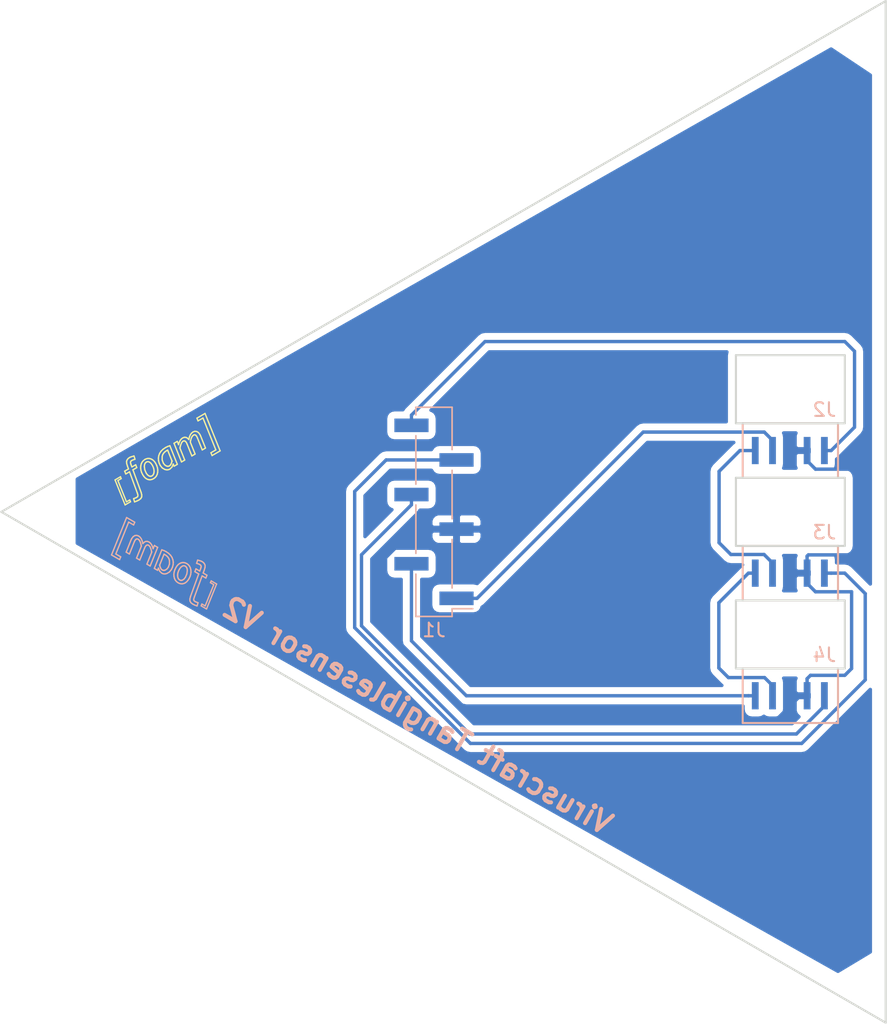
<source format=kicad_pcb>
(kicad_pcb (version 4) (host pcbnew 4.0.7-e2-6376~58~ubuntu14.04.1)

  (general
    (links 10)
    (no_connects 0)
    (area 44.899999 64.899999 110.100001 140.100001)
    (thickness 1.6)
    (drawings 460)
    (tracks 74)
    (zones 0)
    (modules 4)
    (nets 9)
  )

  (page A4)
  (layers
    (0 F.Cu signal)
    (31 B.Cu signal)
    (32 B.Adhes user)
    (33 F.Adhes user)
    (34 B.Paste user)
    (35 F.Paste user)
    (36 B.SilkS user)
    (37 F.SilkS user)
    (38 B.Mask user)
    (39 F.Mask user)
    (40 Dwgs.User user)
    (41 Cmts.User user)
    (42 Eco1.User user)
    (43 Eco2.User user)
    (44 Edge.Cuts user)
    (45 Margin user)
    (46 B.CrtYd user)
    (47 F.CrtYd user)
    (48 B.Fab user)
    (49 F.Fab user)
  )

  (setup
    (last_trace_width 0.25)
    (trace_clearance 0.2)
    (zone_clearance 0.508)
    (zone_45_only no)
    (trace_min 0.2)
    (segment_width 0.2)
    (edge_width 0.15)
    (via_size 0.6)
    (via_drill 0.4)
    (via_min_size 0.4)
    (via_min_drill 0.3)
    (uvia_size 0.3)
    (uvia_drill 0.1)
    (uvias_allowed no)
    (uvia_min_size 0.2)
    (uvia_min_drill 0.1)
    (pcb_text_width 0.3)
    (pcb_text_size 1.5 1.5)
    (mod_edge_width 0.15)
    (mod_text_size 1 1)
    (mod_text_width 0.15)
    (pad_size 5 10)
    (pad_drill 0)
    (pad_to_mask_clearance 0.2)
    (aux_axis_origin 0 0)
    (visible_elements FFFFFF7F)
    (pcbplotparams
      (layerselection 0x3ffff_80000001)
      (usegerberextensions false)
      (excludeedgelayer true)
      (linewidth 0.100000)
      (plotframeref false)
      (viasonmask false)
      (mode 1)
      (useauxorigin false)
      (hpglpennumber 1)
      (hpglpenspeed 20)
      (hpglpendiameter 15)
      (hpglpenoverlay 2)
      (psnegative false)
      (psa4output false)
      (plotreference true)
      (plotvalue true)
      (plotinvisibletext false)
      (padsonsilk false)
      (subtractmaskfromsilk false)
      (outputformat 1)
      (mirror false)
      (drillshape 0)
      (scaleselection 1)
      (outputdirectory gerber/))
  )

  (net 0 "")
  (net 1 "Net-(J1-Pad1)")
  (net 2 "Net-(J1-Pad2)")
  (net 3 "Net-(J1-Pad3)")
  (net 4 "Net-(J1-Pad4)")
  (net 5 "Net-(J1-Pad5)")
  (net 6 "Net-(J1-Pad6)")
  (net 7 "Net-(J2-Pad4)")
  (net 8 "Net-(J3-Pad4)")

  (net_class Default "This is the default net class."
    (clearance 0.2)
    (trace_width 0.25)
    (via_dia 0.6)
    (via_drill 0.4)
    (uvia_dia 0.3)
    (uvia_drill 0.1)
    (add_net "Net-(J1-Pad1)")
    (add_net "Net-(J1-Pad2)")
    (add_net "Net-(J1-Pad3)")
    (add_net "Net-(J1-Pad4)")
    (add_net "Net-(J1-Pad5)")
    (add_net "Net-(J1-Pad6)")
    (add_net "Net-(J2-Pad4)")
    (add_net "Net-(J3-Pad4)")
  )

  (module virus:TCRT1000 (layer B.Cu) (tedit 5B479E04) (tstamp 5B47A070)
    (at 103.5 109 180)
    (path /5B479AA0)
    (attr smd)
    (fp_text reference J3 (at -2 5 180) (layer B.SilkS)
      (effects (font (size 1 1) (thickness 0.15)) (justify mirror))
    )
    (fp_text value Conn_01x04 (at 1 -1 180) (layer B.Fab)
      (effects (font (size 1 1) (thickness 0.15)) (justify mirror))
    )
    (fp_line (start -3 0) (end -3 4) (layer B.SilkS) (width 0.15))
    (fp_line (start 4 0) (end -3 0) (layer B.SilkS) (width 0.15))
    (fp_line (start 4 4) (end 4 0) (layer B.SilkS) (width 0.15))
    (fp_line (start -3 4) (end 4 4) (layer B.SilkS) (width 0.15))
    (pad 1 smd rect (at -2 2 180) (size 0.5 2) (layers B.Cu B.Paste B.Mask)
      (net 5 "Net-(J1-Pad5)"))
    (pad 2 smd rect (at -0.73 2 180) (size 0.5 2) (layers B.Cu B.Paste B.Mask)
      (net 3 "Net-(J1-Pad3)"))
    (pad 3 smd rect (at 1.81 2 180) (size 0.5 2) (layers B.Cu B.Paste B.Mask)
      (net 7 "Net-(J2-Pad4)"))
    (pad 4 smd rect (at 3.08 2 180) (size 0.5 2) (layers B.Cu B.Paste B.Mask)
      (net 8 "Net-(J3-Pad4)"))
    (model SMD_Packages.3dshapes/Fuse_SMD.wrl
      (at (xyz 0 0 0))
      (scale (xyz 0.4 0.4 0.4))
      (rotate (xyz 0 0 90))
    )
  )

  (module virus:TCRT1000 (layer B.Cu) (tedit 5B479E04) (tstamp 5B47A07B)
    (at 103.5 118 180)
    (path /5B479ACD)
    (attr smd)
    (fp_text reference J4 (at -2 5 180) (layer B.SilkS)
      (effects (font (size 1 1) (thickness 0.15)) (justify mirror))
    )
    (fp_text value Conn_01x04 (at 1 -1 180) (layer B.Fab)
      (effects (font (size 1 1) (thickness 0.15)) (justify mirror))
    )
    (fp_line (start -3 0) (end -3 4) (layer B.SilkS) (width 0.15))
    (fp_line (start 4 0) (end -3 0) (layer B.SilkS) (width 0.15))
    (fp_line (start 4 4) (end 4 0) (layer B.SilkS) (width 0.15))
    (fp_line (start -3 4) (end 4 4) (layer B.SilkS) (width 0.15))
    (pad 1 smd rect (at -2 2 180) (size 0.5 2) (layers B.Cu B.Paste B.Mask)
      (net 4 "Net-(J1-Pad4)"))
    (pad 2 smd rect (at -0.73 2 180) (size 0.5 2) (layers B.Cu B.Paste B.Mask)
      (net 3 "Net-(J1-Pad3)"))
    (pad 3 smd rect (at 1.81 2 180) (size 0.5 2) (layers B.Cu B.Paste B.Mask)
      (net 8 "Net-(J3-Pad4)"))
    (pad 4 smd rect (at 3.08 2 180) (size 0.5 2) (layers B.Cu B.Paste B.Mask)
      (net 2 "Net-(J1-Pad2)"))
    (model SMD_Packages.3dshapes/Fuse_SMD.wrl
      (at (xyz 0 0 0))
      (scale (xyz 0.4 0.4 0.4))
      (rotate (xyz 0 0 90))
    )
  )

  (module virus:TCRT1000 (layer B.Cu) (tedit 5B479E04) (tstamp 5B47A065)
    (at 103.5 100 180)
    (path /5B479A42)
    (attr smd)
    (fp_text reference J2 (at -2 5 180) (layer B.SilkS)
      (effects (font (size 1 1) (thickness 0.15)) (justify mirror))
    )
    (fp_text value Conn_01x04 (at 1 -1 180) (layer B.Fab)
      (effects (font (size 1 1) (thickness 0.15)) (justify mirror))
    )
    (fp_line (start -3 0) (end -3 4) (layer B.SilkS) (width 0.15))
    (fp_line (start 4 0) (end -3 0) (layer B.SilkS) (width 0.15))
    (fp_line (start 4 4) (end 4 0) (layer B.SilkS) (width 0.15))
    (fp_line (start -3 4) (end 4 4) (layer B.SilkS) (width 0.15))
    (pad 1 smd rect (at -2 2 180) (size 0.5 2) (layers B.Cu B.Paste B.Mask)
      (net 6 "Net-(J1-Pad6)"))
    (pad 2 smd rect (at -0.73 2 180) (size 0.5 2) (layers B.Cu B.Paste B.Mask)
      (net 3 "Net-(J1-Pad3)"))
    (pad 3 smd rect (at 1.81 2 180) (size 0.5 2) (layers B.Cu B.Paste B.Mask)
      (net 1 "Net-(J1-Pad1)"))
    (pad 4 smd rect (at 3.08 2 180) (size 0.5 2) (layers B.Cu B.Paste B.Mask)
      (net 7 "Net-(J2-Pad4)"))
    (model SMD_Packages.3dshapes/Fuse_SMD.wrl
      (at (xyz 0 0 0))
      (scale (xyz 0.4 0.4 0.4))
      (rotate (xyz 0 0 90))
    )
  )

  (module Pin_Headers:Pin_Header_Straight_1x06_Pitch2.54mm_SMD_Pin1Right (layer B.Cu) (tedit 59650532) (tstamp 5B48BFAD)
    (at 76.825 102.5)
    (descr "surface-mounted straight pin header, 1x06, 2.54mm pitch, single row, style 2 (pin 1 right)")
    (tags "Surface mounted pin header SMD 1x06 2.54mm single row style2 pin1 right")
    (path /5B48C336)
    (attr smd)
    (fp_text reference J1 (at 0 8.68) (layer B.SilkS)
      (effects (font (size 1 1) (thickness 0.15)) (justify mirror))
    )
    (fp_text value Conn_01x06 (at 0 -8.68) (layer B.Fab)
      (effects (font (size 1 1) (thickness 0.15)) (justify mirror))
    )
    (fp_line (start 1.27 -7.62) (end -1.27 -7.62) (layer B.Fab) (width 0.1))
    (fp_line (start -1.27 7.62) (end 0.32 7.62) (layer B.Fab) (width 0.1))
    (fp_line (start 1.27 -7.62) (end 1.27 6.67) (layer B.Fab) (width 0.1))
    (fp_line (start 1.27 6.67) (end 0.32 7.62) (layer B.Fab) (width 0.1))
    (fp_line (start -1.27 7.62) (end -1.27 -7.62) (layer B.Fab) (width 0.1))
    (fp_line (start -1.27 4.13) (end -2.54 4.13) (layer B.Fab) (width 0.1))
    (fp_line (start -2.54 4.13) (end -2.54 3.49) (layer B.Fab) (width 0.1))
    (fp_line (start -2.54 3.49) (end -1.27 3.49) (layer B.Fab) (width 0.1))
    (fp_line (start -1.27 -0.95) (end -2.54 -0.95) (layer B.Fab) (width 0.1))
    (fp_line (start -2.54 -0.95) (end -2.54 -1.59) (layer B.Fab) (width 0.1))
    (fp_line (start -2.54 -1.59) (end -1.27 -1.59) (layer B.Fab) (width 0.1))
    (fp_line (start -1.27 -6.03) (end -2.54 -6.03) (layer B.Fab) (width 0.1))
    (fp_line (start -2.54 -6.03) (end -2.54 -6.67) (layer B.Fab) (width 0.1))
    (fp_line (start -2.54 -6.67) (end -1.27 -6.67) (layer B.Fab) (width 0.1))
    (fp_line (start 1.27 6.67) (end 2.54 6.67) (layer B.Fab) (width 0.1))
    (fp_line (start 2.54 6.67) (end 2.54 6.03) (layer B.Fab) (width 0.1))
    (fp_line (start 2.54 6.03) (end 1.27 6.03) (layer B.Fab) (width 0.1))
    (fp_line (start 1.27 1.59) (end 2.54 1.59) (layer B.Fab) (width 0.1))
    (fp_line (start 2.54 1.59) (end 2.54 0.95) (layer B.Fab) (width 0.1))
    (fp_line (start 2.54 0.95) (end 1.27 0.95) (layer B.Fab) (width 0.1))
    (fp_line (start 1.27 -3.49) (end 2.54 -3.49) (layer B.Fab) (width 0.1))
    (fp_line (start 2.54 -3.49) (end 2.54 -4.13) (layer B.Fab) (width 0.1))
    (fp_line (start 2.54 -4.13) (end 1.27 -4.13) (layer B.Fab) (width 0.1))
    (fp_line (start -1.33 7.68) (end 1.33 7.68) (layer B.SilkS) (width 0.12))
    (fp_line (start -1.33 -7.68) (end 1.33 -7.68) (layer B.SilkS) (width 0.12))
    (fp_line (start 1.33 5.59) (end 1.33 2.03) (layer B.SilkS) (width 0.12))
    (fp_line (start 1.33 0.51) (end 1.33 -3.05) (layer B.SilkS) (width 0.12))
    (fp_line (start 1.33 -4.57) (end 1.33 -7.68) (layer B.SilkS) (width 0.12))
    (fp_line (start -1.33 7.68) (end -1.33 4.57) (layer B.SilkS) (width 0.12))
    (fp_line (start 1.33 7.11) (end 2.85 7.11) (layer B.SilkS) (width 0.12))
    (fp_line (start 1.33 7.68) (end 1.33 7.11) (layer B.SilkS) (width 0.12))
    (fp_line (start -1.33 -7.11) (end -1.33 -7.68) (layer B.SilkS) (width 0.12))
    (fp_line (start -1.33 3.05) (end -1.33 -0.51) (layer B.SilkS) (width 0.12))
    (fp_line (start -1.33 -2.03) (end -1.33 -5.59) (layer B.SilkS) (width 0.12))
    (fp_line (start -3.45 8.15) (end -3.45 -8.15) (layer B.CrtYd) (width 0.05))
    (fp_line (start -3.45 -8.15) (end 3.45 -8.15) (layer B.CrtYd) (width 0.05))
    (fp_line (start 3.45 -8.15) (end 3.45 8.15) (layer B.CrtYd) (width 0.05))
    (fp_line (start 3.45 8.15) (end -3.45 8.15) (layer B.CrtYd) (width 0.05))
    (fp_text user %R (at 0 0 270) (layer B.Fab)
      (effects (font (size 1 1) (thickness 0.15)) (justify mirror))
    )
    (pad 2 smd rect (at -1.655 3.81) (size 2.51 1) (layers B.Cu B.Paste B.Mask)
      (net 2 "Net-(J1-Pad2)"))
    (pad 4 smd rect (at -1.655 -1.27) (size 2.51 1) (layers B.Cu B.Paste B.Mask)
      (net 4 "Net-(J1-Pad4)"))
    (pad 6 smd rect (at -1.655 -6.35) (size 2.51 1) (layers B.Cu B.Paste B.Mask)
      (net 6 "Net-(J1-Pad6)"))
    (pad 1 smd rect (at 1.655 6.35) (size 2.51 1) (layers B.Cu B.Paste B.Mask)
      (net 1 "Net-(J1-Pad1)"))
    (pad 3 smd rect (at 1.655 1.27) (size 2.51 1) (layers B.Cu B.Paste B.Mask)
      (net 3 "Net-(J1-Pad3)"))
    (pad 5 smd rect (at 1.655 -3.81) (size 2.51 1) (layers B.Cu B.Paste B.Mask)
      (net 5 "Net-(J1-Pad5)"))
    (model ${KISYS3DMOD}/Pin_Headers.3dshapes/Pin_Header_Straight_1x06_Pitch2.54mm_SMD_Pin1Right.wrl
      (at (xyz 0 0 0))
      (scale (xyz 1 1 1))
      (rotate (xyz 0 0 0))
    )
  )

  (gr_text "Viruscraft Tangiblesensor V2" (at 75.61 117.46 330) (layer B.SilkS) (tstamp 5B485897)
    (effects (font (size 1.5 1.5) (thickness 0.3)) (justify mirror))
  )
  (gr_line (start 56.527664 105.10668) (end 56.289031 104.968905) (layer B.SilkS) (width 0.1) (tstamp 5B4857B7))
  (gr_line (start 56.193054 105.207503) (end 56.143013 105.038534) (layer B.SilkS) (width 0.1) (tstamp 5B4857B6))
  (gr_line (start 56.289031 104.968905) (end 56.193054 105.207503) (layer B.SilkS) (width 0.1) (tstamp 5B4857B5))
  (gr_line (start 54.627556 104.452884) (end 54.569603 104.572342) (layer B.SilkS) (width 0.1) (tstamp 5B4857B4))
  (gr_line (start 53.454631 105.593389) (end 54.399373 103.252409) (layer B.SilkS) (width 0.1) (tstamp 5B4857B3))
  (gr_line (start 56.289031 104.968905) (end 56.289031 104.968905) (layer B.SilkS) (width 0.1) (tstamp 5B4857B2))
  (gr_line (start 54.859194 104.240695) (end 54.7337 104.316457) (layer B.SilkS) (width 0.1) (tstamp 5B4857B1))
  (gr_line (start 54.994362 104.226196) (end 54.859194 104.240695) (layer B.SilkS) (width 0.1) (tstamp 5B4857B0))
  (gr_line (start 55.129167 104.273207) (end 54.994362 104.226196) (layer B.SilkS) (width 0.1) (tstamp 5B4857AF))
  (gr_line (start 55.239196 104.360611) (end 55.129167 104.273207) (layer B.SilkS) (width 0.1) (tstamp 5B4857AE))
  (gr_line (start 57.58335 105.845437) (end 57.478847 105.687923) (layer B.SilkS) (width 0.1) (tstamp 5B4857AD))
  (gr_line (start 55.977036 106.476297) (end 56.527664 105.10668) (layer B.SilkS) (width 0.1) (tstamp 5B4857AC))
  (gr_line (start 55.738316 106.338472) (end 55.977036 106.476297) (layer B.SilkS) (width 0.1) (tstamp 5B4857AB))
  (gr_line (start 56.087141 105.470928) (end 55.738316 106.338472) (layer B.SilkS) (width 0.1) (tstamp 5B4857AA))
  (gr_line (start 55.327085 104.483003) (end 55.239196 104.360611) (layer B.SilkS) (width 0.1) (tstamp 5B4857A9))
  (gr_line (start 55.392939 104.640443) (end 55.327085 104.483003) (layer B.SilkS) (width 0.1) (tstamp 5B4857A8))
  (gr_line (start 56.143013 105.038534) (end 56.075755 104.899729) (layer B.SilkS) (width 0.1) (tstamp 5B4857A7))
  (gr_line (start 56.075755 104.899729) (end 55.991366 104.790996) (layer B.SilkS) (width 0.1) (tstamp 5B4857A6))
  (gr_line (start 54.76313 103.462423) (end 54.844073 103.261566) (layer B.SilkS) (width 0.1) (tstamp 5B4857A5))
  (gr_line (start 54.399373 103.252409) (end 54.76313 103.462423) (layer B.SilkS) (width 0.1) (tstamp 5B4857A4))
  (gr_line (start 54.7337 104.316457) (end 54.627556 104.452884) (layer B.SilkS) (width 0.1) (tstamp 5B4857A3))
  (gr_line (start 54.844073 103.261566) (end 54.247269 102.917001) (layer B.SilkS) (width 0.1) (tstamp 5B4857A2))
  (gr_line (start 53.816041 105.802049) (end 53.454631 105.593389) (layer B.SilkS) (width 0.1) (tstamp 5B4857A1))
  (gr_line (start 53.730637 106.006833) (end 53.816041 105.802049) (layer B.SilkS) (width 0.1) (tstamp 5B4857A0))
  (gr_line (start 53.138249 105.664818) (end 53.730637 106.006833) (layer B.SilkS) (width 0.1) (tstamp 5B48579F))
  (gr_line (start 54.247269 102.917001) (end 53.138249 105.664818) (layer B.SilkS) (width 0.1) (tstamp 5B48579E))
  (gr_line (start 53.730637 106.006833) (end 53.730637 106.006833) (layer B.SilkS) (width 0.1) (tstamp 5B48579D))
  (gr_line (start 59.939741 106.277291) (end 59.872498 106.207578) (layer B.SilkS) (width 0.1) (tstamp 5B48579C))
  (gr_line (start 59.872498 106.207578) (end 59.784906 106.146731) (layer B.SilkS) (width 0.1) (tstamp 5B48579B))
  (gr_line (start 58.869583 106.486858) (end 58.780846 106.380373) (layer B.SilkS) (width 0.1) (tstamp 5B48579A))
  (gr_line (start 58.96858 106.765289) (end 58.932138 106.615188) (layer B.SilkS) (width 0.1) (tstamp 5B485799))
  (gr_line (start 58.932138 106.615188) (end 58.869583 106.486858) (layer B.SilkS) (width 0.1) (tstamp 5B485798))
  (gr_line (start 58.695534 106.701858) (end 58.705852 106.813009) (layer B.SilkS) (width 0.1) (tstamp 5B485797))
  (gr_line (start 58.905664 107.252182) (end 58.956225 107.088989) (layer B.SilkS) (width 0.1) (tstamp 5B485796))
  (gr_line (start 58.956225 107.088989) (end 58.977237 106.926714) (layer B.SilkS) (width 0.1) (tstamp 5B485795))
  (gr_line (start 58.667121 106.610352) (end 58.695534 106.701858) (layer B.SilkS) (width 0.1) (tstamp 5B485794))
  (gr_line (start 59.701174 106.619539) (end 59.678909 106.686763) (layer B.SilkS) (width 0.1) (tstamp 5B485793))
  (gr_line (start 59.945271 106.786912) (end 60.003991 106.592344) (layer B.SilkS) (width 0.1) (tstamp 5B485792))
  (gr_line (start 59.720591 106.47915) (end 59.722009 106.515752) (layer B.SilkS) (width 0.1) (tstamp 5B485791))
  (gr_line (start 59.690858 106.419329) (end 59.720591 106.47915) (layer B.SilkS) (width 0.1) (tstamp 5B485790))
  (gr_line (start 59.715531 106.562554) (end 59.701174 106.619539) (layer B.SilkS) (width 0.1) (tstamp 5B48578F))
  (gr_line (start 59.722009 106.515752) (end 59.715531 106.562554) (layer B.SilkS) (width 0.1) (tstamp 5B48578E))
  (gr_line (start 59.390503 106.277557) (end 59.533197 106.325543) (layer B.SilkS) (width 0.1) (tstamp 5B48578D))
  (gr_line (start 59.622948 106.365951) (end 59.690858 106.419329) (layer B.SilkS) (width 0.1) (tstamp 5B48578C))
  (gr_line (start 59.533197 106.325543) (end 59.622948 106.365951) (layer B.SilkS) (width 0.1) (tstamp 5B48578B))
  (gr_line (start 59.466164 106.038188) (end 59.390503 106.277557) (layer B.SilkS) (width 0.1) (tstamp 5B48578A))
  (gr_line (start 59.712877 106.114348) (end 59.606801 106.080737) (layer B.SilkS) (width 0.1) (tstamp 5B485789))
  (gr_line (start 59.784906 106.146731) (end 59.712877 106.114348) (layer B.SilkS) (width 0.1) (tstamp 5B485788))
  (gr_line (start 59.494103 106.046998) (end 59.466164 106.038188) (layer B.SilkS) (width 0.1) (tstamp 5B485787))
  (gr_line (start 59.606801 106.080737) (end 59.494103 106.046998) (layer B.SilkS) (width 0.1) (tstamp 5B485786))
  (gr_line (start 59.54412 107.056724) (end 59.54412 107.056724) (layer B.SilkS) (width 0.1) (tstamp 5B485785))
  (gr_line (start 59.870733 106.991214) (end 59.945271 106.786912) (layer B.SilkS) (width 0.1) (tstamp 5B485784))
  (gr_line (start 59.620599 106.846799) (end 59.340327 106.684984) (layer B.SilkS) (width 0.1) (tstamp 5B485783))
  (gr_line (start 59.340327 106.684984) (end 59.263095 106.894474) (layer B.SilkS) (width 0.1) (tstamp 5B485782))
  (gr_line (start 59.678909 106.686763) (end 59.620599 106.846799) (layer B.SilkS) (width 0.1) (tstamp 5B485781))
  (gr_line (start 59.263095 106.894474) (end 59.54412 107.056724) (layer B.SilkS) (width 0.1) (tstamp 5B485780))
  (gr_line (start 57.719121 107.075015) (end 57.726666 107.236988) (layer B.SilkS) (width 0.1) (tstamp 5B48577F))
  (gr_line (start 57.742102 106.910112) (end 57.719121 107.075015) (layer B.SilkS) (width 0.1) (tstamp 5B48577E))
  (gr_line (start 57.997642 107.070362) (end 58.022422 106.950424) (layer B.SilkS) (width 0.1) (tstamp 5B48577D))
  (gr_line (start 57.992455 107.187087) (end 57.997642 107.070362) (layer B.SilkS) (width 0.1) (tstamp 5B48577C))
  (gr_line (start 58.005992 107.293201) (end 57.992455 107.187087) (layer B.SilkS) (width 0.1) (tstamp 5B48577B))
  (gr_line (start 58.022422 106.950424) (end 58.066799 106.827319) (layer B.SilkS) (width 0.1) (tstamp 5B48577A))
  (gr_line (start 58.665997 106.29566) (end 58.559346 106.246543) (layer B.SilkS) (width 0.1) (tstamp 5B485779))
  (gr_line (start 58.345354 106.222669) (end 58.238039 106.247845) (layer B.SilkS) (width 0.1) (tstamp 5B485778))
  (gr_line (start 58.452499 106.222187) (end 58.345354 106.222669) (layer B.SilkS) (width 0.1) (tstamp 5B485777))
  (gr_line (start 58.559346 106.246543) (end 58.452499 106.222187) (layer B.SilkS) (width 0.1) (tstamp 5B485776))
  (gr_line (start 58.228058 106.568412) (end 58.337847 106.485452) (layer B.SilkS) (width 0.1) (tstamp 5B485775))
  (gr_line (start 58.395123 106.463706) (end 58.450543 106.456617) (layer B.SilkS) (width 0.1) (tstamp 5B485774))
  (gr_line (start 58.705852 106.813009) (end 58.672334 107.055843) (layer B.SilkS) (width 0.1) (tstamp 5B485773))
  (gr_line (start 58.977237 106.926714) (end 58.96858 106.765289) (layer B.SilkS) (width 0.1) (tstamp 5B485772))
  (gr_line (start 58.672334 107.055843) (end 58.566348 107.300716) (layer B.SilkS) (width 0.1) (tstamp 5B485771))
  (gr_line (start 58.665997 106.29566) (end 58.665997 106.29566) (layer B.SilkS) (width 0.1) (tstamp 5B485770))
  (gr_line (start 58.780846 106.380373) (end 58.665997 106.29566) (layer B.SilkS) (width 0.1) (tstamp 5B48576F))
  (gr_line (start 58.620575 106.538491) (end 58.667121 106.610352) (layer B.SilkS) (width 0.1) (tstamp 5B48576E))
  (gr_line (start 58.555977 106.48622) (end 58.555977 106.48622) (layer B.SilkS) (width 0.1) (tstamp 5B48576D))
  (gr_line (start 58.504118 106.464061) (end 58.555977 106.48622) (layer B.SilkS) (width 0.1) (tstamp 5B48576C))
  (gr_line (start 58.555977 106.48622) (end 58.620575 106.538491) (layer B.SilkS) (width 0.1) (tstamp 5B48576B))
  (gr_line (start 58.450543 106.456617) (end 58.504118 106.464061) (layer B.SilkS) (width 0.1) (tstamp 5B48576A))
  (gr_line (start 57.795641 106.7423) (end 57.742102 106.910112) (layer B.SilkS) (width 0.1) (tstamp 5B485769))
  (gr_line (start 57.955881 106.458255) (end 57.879653 106.571608) (layer B.SilkS) (width 0.1) (tstamp 5B485768))
  (gr_line (start 57.879653 106.571608) (end 57.795641 106.7423) (layer B.SilkS) (width 0.1) (tstamp 5B485767))
  (gr_line (start 58.066799 106.827319) (end 58.130739 106.701053) (layer B.SilkS) (width 0.1) (tstamp 5B485766))
  (gr_line (start 58.130739 106.701053) (end 58.228058 106.568412) (layer B.SilkS) (width 0.1) (tstamp 5B485765))
  (gr_line (start 58.041022 106.366526) (end 57.955881 106.458255) (layer B.SilkS) (width 0.1) (tstamp 5B485764))
  (gr_line (start 58.135102 106.296355) (end 58.041022 106.366526) (layer B.SilkS) (width 0.1) (tstamp 5B485763))
  (gr_line (start 58.238039 106.247845) (end 58.135102 106.296355) (layer B.SilkS) (width 0.1) (tstamp 5B485762))
  (gr_line (start 58.337847 106.485452) (end 58.395123 106.463706) (layer B.SilkS) (width 0.1) (tstamp 5B485761))
  (gr_line (start 57.009252 107.056084) (end 57.106208 107.051231) (layer B.SilkS) (width 0.1) (tstamp 5B485760))
  (gr_line (start 56.916327 107.038956) (end 57.009252 107.056084) (layer B.SilkS) (width 0.1) (tstamp 5B48575F))
  (gr_line (start 57.617744 106.561925) (end 57.665405 106.381515) (layer B.SilkS) (width 0.1) (tstamp 5B48575E))
  (gr_line (start 57.391596 106.915987) (end 57.532689 106.741785) (layer B.SilkS) (width 0.1) (tstamp 5B48575D))
  (gr_line (start 57.665405 106.381515) (end 57.675696 106.200569) (layer B.SilkS) (width 0.1) (tstamp 5B48575C))
  (gr_line (start 57.106208 107.051231) (end 57.207184 107.024456) (layer B.SilkS) (width 0.1) (tstamp 5B48575B))
  (gr_line (start 57.395839 106.075598) (end 57.396056 106.329561) (layer B.SilkS) (width 0.1) (tstamp 5B48575A))
  (gr_line (start 57.675696 106.200569) (end 57.64861 106.019104) (layer B.SilkS) (width 0.1) (tstamp 5B485759))
  (gr_line (start 57.359433 105.949755) (end 57.395839 106.075598) (layer B.SilkS) (width 0.1) (tstamp 5B485758))
  (gr_line (start 57.64861 106.019104) (end 57.58335 105.845437) (layer B.SilkS) (width 0.1) (tstamp 5B485757))
  (gr_line (start 59.183176 108.887297) (end 59.217952 108.770304) (layer B.SilkS) (width 0.1) (tstamp 5B485756))
  (gr_line (start 59.20743 109.030288) (end 59.178792 108.969652) (layer B.SilkS) (width 0.1) (tstamp 5B485755))
  (gr_line (start 59.178792 108.969652) (end 59.183176 108.887297) (layer B.SilkS) (width 0.1) (tstamp 5B485754))
  (gr_line (start 58.944236 108.705554) (end 58.894765 108.895941) (layer B.SilkS) (width 0.1) (tstamp 5B485753))
  (gr_line (start 58.894765 108.895941) (end 58.9015 109.045735) (layer B.SilkS) (width 0.1) (tstamp 5B485752))
  (gr_line (start 58.967767 109.165998) (end 59.09607 109.26745) (layer B.SilkS) (width 0.1) (tstamp 5B485751))
  (gr_line (start 59.09607 109.26745) (end 59.247671 109.343512) (layer B.SilkS) (width 0.1) (tstamp 5B485750))
  (gr_line (start 59.270847 109.081687) (end 59.20743 109.030288) (layer B.SilkS) (width 0.1) (tstamp 5B48574F))
  (gr_line (start 59.421914 109.410095) (end 59.495757 109.171195) (layer B.SilkS) (width 0.1) (tstamp 5B48574E))
  (gr_line (start 58.9015 109.045735) (end 58.967767 109.165998) (layer B.SilkS) (width 0.1) (tstamp 5B48574D))
  (gr_line (start 59.36287 109.124668) (end 59.270847 109.081687) (layer B.SilkS) (width 0.1) (tstamp 5B48574C))
  (gr_line (start 58.364164 107.503249) (end 58.30693 107.524141) (layer B.SilkS) (width 0.1) (tstamp 5B48574B))
  (gr_line (start 58.30693 107.524141) (end 58.252499 107.531179) (layer B.SilkS) (width 0.1) (tstamp 5B48574A))
  (gr_line (start 58.252499 107.531179) (end 58.200816 107.524457) (layer B.SilkS) (width 0.1) (tstamp 5B485749))
  (gr_line (start 58.200816 107.524457) (end 58.151902 107.503918) (layer B.SilkS) (width 0.1) (tstamp 5B485748))
  (gr_line (start 58.353355 107.782171) (end 58.460156 107.757006) (layer B.SilkS) (width 0.1) (tstamp 5B485747))
  (gr_line (start 58.562676 107.707256) (end 58.657624 107.633961) (layer B.SilkS) (width 0.1) (tstamp 5B485746))
  (gr_line (start 58.566348 107.300716) (end 58.473457 107.424828) (layer B.SilkS) (width 0.1) (tstamp 5B485745))
  (gr_line (start 58.473457 107.424828) (end 58.364164 107.503249) (layer B.SilkS) (width 0.1) (tstamp 5B485744))
  (gr_line (start 58.460156 107.757006) (end 58.562676 107.707256) (layer B.SilkS) (width 0.1) (tstamp 5B485743))
  (gr_line (start 58.245213 107.781758) (end 58.353355 107.782171) (layer B.SilkS) (width 0.1) (tstamp 5B485742))
  (gr_line (start 58.657624 107.633961) (end 58.745177 107.536974) (layer B.SilkS) (width 0.1) (tstamp 5B485741))
  (gr_line (start 58.745177 107.536974) (end 58.825379 107.41632) (layer B.SilkS) (width 0.1) (tstamp 5B485740))
  (gr_line (start 59.777569 109.266742) (end 59.72212 109.400868) (layer B.SilkS) (width 0.1) (tstamp 5B48573F))
  (gr_line (start 60.859322 107.796519) (end 60.462253 107.567271) (layer B.SilkS) (width 0.1) (tstamp 5B48573E))
  (gr_line (start 60.118531 109.629736) (end 60.859322 107.796519) (layer B.SilkS) (width 0.1) (tstamp 5B48573D))
  (gr_line (start 59.72212 109.400868) (end 60.118531 109.629736) (layer B.SilkS) (width 0.1) (tstamp 5B48573C))
  (gr_line (start 59.247671 109.343512) (end 59.421914 109.410095) (layer B.SilkS) (width 0.1) (tstamp 5B48573B))
  (gr_line (start 59.217952 108.770304) (end 59.793787 107.20087) (layer B.SilkS) (width 0.1) (tstamp 5B48573A))
  (gr_line (start 59.793787 107.20087) (end 60.070023 107.360354) (layer B.SilkS) (width 0.1) (tstamp 5B485739))
  (gr_line (start 60.070023 107.360354) (end 60.149827 107.152349) (layer B.SilkS) (width 0.1) (tstamp 5B485738))
  (gr_line (start 59.495757 109.171195) (end 59.36287 109.124668) (layer B.SilkS) (width 0.1) (tstamp 5B485737))
  (gr_line (start 58.085689 107.451603) (end 58.037019 107.381401) (layer B.SilkS) (width 0.1) (tstamp 5B485736))
  (gr_line (start 57.9115 107.620286) (end 58.024958 107.704271) (layer B.SilkS) (width 0.1) (tstamp 5B485735))
  (gr_line (start 57.823952 107.514423) (end 57.9115 107.620286) (layer B.SilkS) (width 0.1) (tstamp 5B485734))
  (gr_line (start 57.76235 107.386642) (end 57.823952 107.514423) (layer B.SilkS) (width 0.1) (tstamp 5B485733))
  (gr_line (start 57.726666 107.236988) (end 57.76235 107.386642) (layer B.SilkS) (width 0.1) (tstamp 5B485732))
  (gr_line (start 58.024958 107.704271) (end 58.135786 107.755792) (layer B.SilkS) (width 0.1) (tstamp 5B485731))
  (gr_line (start 58.037019 107.381401) (end 58.005992 107.293201) (layer B.SilkS) (width 0.1) (tstamp 5B485730))
  (gr_line (start 60.013439 106.443382) (end 59.986749 106.35593) (layer B.SilkS) (width 0.1) (tstamp 5B48572F))
  (gr_line (start 60.003991 106.592344) (end 60.013439 106.443382) (layer B.SilkS) (width 0.1) (tstamp 5B48572E))
  (gr_line (start 60.149827 107.152349) (end 59.870733 106.991214) (layer B.SilkS) (width 0.1) (tstamp 5B48572D))
  (gr_line (start 59.986749 106.35593) (end 59.939741 106.277291) (layer B.SilkS) (width 0.1) (tstamp 5B48572C))
  (gr_line (start 59.54412 107.056724) (end 58.944236 108.705554) (layer B.SilkS) (width 0.1) (tstamp 5B48572B))
  (gr_line (start 58.135786 107.755792) (end 58.245213 107.781758) (layer B.SilkS) (width 0.1) (tstamp 5B48572A))
  (gr_line (start 58.825379 107.41632) (end 58.905664 107.252182) (layer B.SilkS) (width 0.1) (tstamp 5B485729))
  (gr_line (start 58.151902 107.503918) (end 58.085689 107.451603) (layer B.SilkS) (width 0.1) (tstamp 5B485728))
  (gr_line (start 60.462253 107.567271) (end 60.462253 107.567271) (layer B.SilkS) (width 0.1) (tstamp 5B485727))
  (gr_line (start 60.406805 107.701395) (end 60.650421 107.842048) (layer B.SilkS) (width 0.1) (tstamp 5B485726))
  (gr_line (start 60.018319 109.405739) (end 59.777569 109.266742) (layer B.SilkS) (width 0.1) (tstamp 5B485725))
  (gr_line (start 60.650421 107.842048) (end 60.018319 109.405739) (layer B.SilkS) (width 0.1) (tstamp 5B485724))
  (gr_line (start 60.462253 107.567271) (end 60.406805 107.701395) (layer B.SilkS) (width 0.1) (tstamp 5B485723))
  (gr_line (start 55.436637 104.832873) (end 55.392939 104.640443) (layer B.SilkS) (width 0.1) (tstamp 5B485722))
  (gr_line (start 55.29863 104.86639) (end 55.314511 104.928063) (layer B.SilkS) (width 0.1) (tstamp 5B485721))
  (gr_line (start 55.262263 104.748179) (end 55.29863 104.86639) (layer B.SilkS) (width 0.1) (tstamp 5B485720))
  (gr_line (start 55.654114 104.671814) (end 55.543099 104.727137) (layer B.SilkS) (width 0.1) (tstamp 5B48571F))
  (gr_line (start 55.543099 104.727137) (end 55.436637 104.832873) (layer B.SilkS) (width 0.1) (tstamp 5B48571E))
  (gr_line (start 55.314511 104.928063) (end 55.324407 104.975923) (layer B.SilkS) (width 0.1) (tstamp 5B48571D))
  (gr_line (start 55.324407 104.975923) (end 55.32831 105.010081) (layer B.SilkS) (width 0.1) (tstamp 5B48571C))
  (gr_line (start 54.966754 104.495375) (end 55.029563 104.485208) (layer B.SilkS) (width 0.1) (tstamp 5B48571B))
  (gr_line (start 55.196475 104.610708) (end 55.228824 104.667097) (layer B.SilkS) (width 0.1) (tstamp 5B48571A))
  (gr_line (start 55.16358 104.566462) (end 55.196475 104.610708) (layer B.SilkS) (width 0.1) (tstamp 5B485719))
  (gr_line (start 55.09595 104.508121) (end 55.16358 104.566462) (layer B.SilkS) (width 0.1) (tstamp 5B485718))
  (gr_line (start 55.029563 104.485208) (end 55.09595 104.508121) (layer B.SilkS) (width 0.1) (tstamp 5B485717))
  (gr_line (start 54.907649 104.538489) (end 54.966754 104.495375) (layer B.SilkS) (width 0.1) (tstamp 5B485716))
  (gr_line (start 55.228824 104.667097) (end 55.262263 104.748179) (layer B.SilkS) (width 0.1) (tstamp 5B485715))
  (gr_line (start 54.452372 105.596031) (end 54.813135 104.698292) (layer B.SilkS) (width 0.1) (tstamp 5B485714))
  (gr_line (start 54.813135 104.698292) (end 54.852174 104.614714) (layer B.SilkS) (width 0.1) (tstamp 5B485713))
  (gr_line (start 54.852174 104.614714) (end 54.907649 104.538489) (layer B.SilkS) (width 0.1) (tstamp 5B485712))
  (gr_line (start 54.213695 105.458231) (end 54.452372 105.596031) (layer B.SilkS) (width 0.1) (tstamp 5B485711))
  (gr_line (start 54.569603 104.572342) (end 54.213695 105.458231) (layer B.SilkS) (width 0.1) (tstamp 5B485710))
  (gr_line (start 55.214708 106.036166) (end 55.563602 105.171665) (layer B.SilkS) (width 0.1) (tstamp 5B48570F))
  (gr_line (start 55.32831 105.010081) (end 55.326214 105.030533) (layer B.SilkS) (width 0.1) (tstamp 5B48570E))
  (gr_line (start 54.975979 105.898336) (end 55.214708 106.036166) (layer B.SilkS) (width 0.1) (tstamp 5B48570D))
  (gr_line (start 55.326214 105.030533) (end 54.975979 105.898336) (layer B.SilkS) (width 0.1) (tstamp 5B48570C))
  (gr_line (start 55.874594 104.957672) (end 55.962145 105.052329) (layer B.SilkS) (width 0.1) (tstamp 5B48570B))
  (gr_line (start 55.769706 104.666901) (end 55.654114 104.671814) (layer B.SilkS) (width 0.1) (tstamp 5B48570A))
  (gr_line (start 55.889849 104.712387) (end 55.769706 104.666901) (layer B.SilkS) (width 0.1) (tstamp 5B485709))
  (gr_line (start 55.991366 104.790996) (end 55.889849 104.712387) (layer B.SilkS) (width 0.1) (tstamp 5B485708))
  (gr_line (start 55.802117 104.931623) (end 55.874594 104.957672) (layer B.SilkS) (width 0.1) (tstamp 5B485707))
  (gr_line (start 55.962145 105.052329) (end 56.034457 105.22644) (layer B.SilkS) (width 0.1) (tstamp 5B485706))
  (gr_line (start 56.034457 105.22644) (end 56.062121 105.321983) (layer B.SilkS) (width 0.1) (tstamp 5B485705))
  (gr_line (start 55.61502 105.060466) (end 55.67228 104.983009) (layer B.SilkS) (width 0.1) (tstamp 5B485704))
  (gr_line (start 55.563602 105.171665) (end 55.61502 105.060466) (layer B.SilkS) (width 0.1) (tstamp 5B485703))
  (gr_line (start 55.67228 104.983009) (end 55.734661 104.940042) (layer B.SilkS) (width 0.1) (tstamp 5B485702))
  (gr_line (start 55.734661 104.940042) (end 55.802117 104.931623) (layer B.SilkS) (width 0.1) (tstamp 5B485701))
  (gr_line (start 56.831444 105.287978) (end 56.282154 106.652457) (layer B.SilkS) (width 0.1) (tstamp 5B485700))
  (gr_line (start 56.683571 106.4549) (end 56.676692 106.420295) (layer B.SilkS) (width 0.1) (tstamp 5B4856FF))
  (gr_line (start 56.677683 106.400879) (end 56.995877 105.608751) (layer B.SilkS) (width 0.1) (tstamp 5B4856FE))
  (gr_line (start 56.677683 106.400879) (end 56.677683 106.400879) (layer B.SilkS) (width 0.1) (tstamp 5B4856FD))
  (gr_line (start 56.088477 105.444195) (end 56.087141 105.470928) (layer B.SilkS) (width 0.1) (tstamp 5B4856FC))
  (gr_line (start 57.207184 107.024456) (end 57.391596 106.915987) (layer B.SilkS) (width 0.1) (tstamp 5B4856FB))
  (gr_line (start 57.396056 106.329561) (end 57.310746 106.561961) (layer B.SilkS) (width 0.1) (tstamp 5B4856FA))
  (gr_line (start 57.532689 106.741785) (end 57.617744 106.561925) (layer B.SilkS) (width 0.1) (tstamp 5B4856F9))
  (gr_line (start 57.033628 106.791944) (end 56.973729 106.797833) (layer B.SilkS) (width 0.1) (tstamp 5B4856F8))
  (gr_line (start 57.095791 106.771196) (end 57.033628 106.791944) (layer B.SilkS) (width 0.1) (tstamp 5B4856F7))
  (gr_line (start 57.212873 106.690703) (end 57.095791 106.771196) (layer B.SilkS) (width 0.1) (tstamp 5B4856F6))
  (gr_line (start 57.310746 106.561961) (end 57.212873 106.690703) (layer B.SilkS) (width 0.1) (tstamp 5B4856F5))
  (gr_line (start 56.819522 106.733986) (end 56.782565 106.691218) (layer B.SilkS) (width 0.1) (tstamp 5B4856F4))
  (gr_line (start 56.827544 106.999913) (end 56.916327 107.038956) (layer B.SilkS) (width 0.1) (tstamp 5B4856F3))
  (gr_line (start 56.67949 106.85749) (end 56.827544 106.999913) (layer B.SilkS) (width 0.1) (tstamp 5B4856F2))
  (gr_line (start 56.860613 106.764916) (end 56.819522 106.733986) (layer B.SilkS) (width 0.1) (tstamp 5B4856F1))
  (gr_line (start 56.916061 106.788776) (end 56.860613 106.764916) (layer B.SilkS) (width 0.1) (tstamp 5B4856F0))
  (gr_line (start 56.973729 106.797833) (end 56.916061 106.788776) (layer B.SilkS) (width 0.1) (tstamp 5B4856EF))
  (gr_line (start 56.584604 106.632178) (end 56.67949 106.85749) (layer B.SilkS) (width 0.1) (tstamp 5B4856EE))
  (gr_line (start 56.581964 106.638609) (end 56.584604 106.632178) (layer B.SilkS) (width 0.1) (tstamp 5B4856ED))
  (gr_line (start 56.520787 106.790231) (end 56.581964 106.638609) (layer B.SilkS) (width 0.1) (tstamp 5B4856EC))
  (gr_line (start 56.282154 106.652457) (end 56.520787 106.790231) (layer B.SilkS) (width 0.1) (tstamp 5B4856EB))
  (gr_line (start 57.151907 105.421499) (end 56.989385 105.340495) (layer B.SilkS) (width 0.1) (tstamp 5B4856EA))
  (gr_line (start 57.33501 105.546636) (end 57.151907 105.421499) (layer B.SilkS) (width 0.1) (tstamp 5B4856E9))
  (gr_line (start 57.197302 105.736314) (end 57.293225 105.836671) (layer B.SilkS) (width 0.1) (tstamp 5B4856E8))
  (gr_line (start 57.478847 105.687923) (end 57.33501 105.546636) (layer B.SilkS) (width 0.1) (tstamp 5B4856E7))
  (gr_line (start 57.071527 105.648721) (end 57.197302 105.736314) (layer B.SilkS) (width 0.1) (tstamp 5B4856E6))
  (gr_line (start 57.293225 105.836671) (end 57.359433 105.949755) (layer B.SilkS) (width 0.1) (tstamp 5B4856E5))
  (gr_line (start 56.721074 106.569645) (end 56.698379 106.504673) (layer B.SilkS) (width 0.1) (tstamp 5B4856E4))
  (gr_line (start 56.676692 106.420295) (end 56.677683 106.400879) (layer B.SilkS) (width 0.1) (tstamp 5B4856E3))
  (gr_line (start 56.698379 106.504673) (end 56.683571 106.4549) (layer B.SilkS) (width 0.1) (tstamp 5B4856E2))
  (gr_line (start 56.749739 106.636436) (end 56.721074 106.569645) (layer B.SilkS) (width 0.1) (tstamp 5B4856E1))
  (gr_line (start 56.782565 106.691218) (end 56.749739 106.636436) (layer B.SilkS) (width 0.1) (tstamp 5B4856E0))
  (gr_line (start 56.062121 105.321983) (end 56.080132 105.394528) (layer B.SilkS) (width 0.1) (tstamp 5B4856DF))
  (gr_line (start 56.831444 105.287978) (end 56.831444 105.287978) (layer B.SilkS) (width 0.1) (tstamp 5B4856DE))
  (gr_line (start 56.989385 105.340495) (end 56.831444 105.287978) (layer B.SilkS) (width 0.1) (tstamp 5B4856DD))
  (gr_line (start 56.995877 105.608751) (end 57.071527 105.648721) (layer B.SilkS) (width 0.1) (tstamp 5B4856DC))
  (gr_line (start 56.080132 105.394528) (end 56.088477 105.444195) (layer B.SilkS) (width 0.1) (tstamp 5B4856DB))
  (gr_line (start 56.537273 99.434239) (end 56.529728 99.596212) (layer F.SilkS) (width 0.1))
  (gr_line (start 56.514292 99.269336) (end 56.537273 99.434239) (layer F.SilkS) (width 0.1))
  (gr_line (start 56.460753 99.101524) (end 56.514292 99.269336) (layer F.SilkS) (width 0.1))
  (gr_line (start 56.376741 98.930832) (end 56.460753 99.101524) (layer F.SilkS) (width 0.1))
  (gr_line (start 54.712274 99.415948) (end 54.712274 99.415948) (layer F.SilkS) (width 0.1))
  (gr_line (start 54.993299 99.253698) (end 54.712274 99.415948) (layer F.SilkS) (width 0.1))
  (gr_line (start 54.916067 99.044208) (end 54.993299 99.253698) (layer F.SilkS) (width 0.1))
  (gr_line (start 54.865891 98.636781) (end 54.723197 98.684767) (layer F.SilkS) (width 0.1))
  (gr_line (start 54.79023 98.397412) (end 54.865891 98.636781) (layer F.SilkS) (width 0.1))
  (gr_line (start 54.762291 98.406222) (end 54.79023 98.397412) (layer F.SilkS) (width 0.1))
  (gr_line (start 53.794141 99.926495) (end 53.794141 99.926495) (layer F.SilkS) (width 0.1))
  (gr_line (start 54.383896 98.566802) (end 54.471488 98.505955) (layer F.SilkS) (width 0.1))
  (gr_line (start 54.316653 98.636515) (end 54.383896 98.566802) (layer F.SilkS) (width 0.1))
  (gr_line (start 54.269645 98.715154) (end 54.316653 98.636515) (layer F.SilkS) (width 0.1))
  (gr_line (start 54.712274 99.415948) (end 55.312158 101.064778) (layer F.SilkS) (width 0.1))
  (gr_line (start 57.53532 98.928869) (end 57.558015 98.863897) (layer F.SilkS) (width 0.1))
  (gr_line (start 57.506655 98.99566) (end 57.53532 98.928869) (layer F.SilkS) (width 0.1))
  (gr_line (start 57.473829 99.050442) (end 57.506655 98.99566) (layer F.SilkS) (width 0.1))
  (gr_line (start 57.436872 99.09321) (end 57.473829 99.050442) (layer F.SilkS) (width 0.1))
  (gr_line (start 57.395781 99.12414) (end 57.436872 99.09321) (layer F.SilkS) (width 0.1))
  (gr_line (start 57.340333 99.148) (end 57.395781 99.12414) (layer F.SilkS) (width 0.1))
  (gr_line (start 54.478825 101.625966) (end 54.534274 101.760092) (layer F.SilkS) (width 0.1))
  (gr_line (start 55.903039 100.141395) (end 55.796238 100.11623) (layer F.SilkS) (width 0.1))
  (gr_line (start 56.011181 100.140982) (end 55.903039 100.141395) (layer F.SilkS) (width 0.1))
  (gr_line (start 56.120608 100.115016) (end 56.011181 100.140982) (layer F.SilkS) (width 0.1))
  (gr_line (start 56.231436 100.063495) (end 56.120608 100.115016) (layer F.SilkS) (width 0.1))
  (gr_line (start 57.967363 97.328129) (end 57.967363 97.328129) (layer F.SilkS) (width 0.1))
  (gr_line (start 57.72873 97.465904) (end 57.967363 97.328129) (layer F.SilkS) (width 0.1))
  (gr_line (start 53.397072 100.155743) (end 53.794141 99.926495) (layer F.SilkS) (width 0.1))
  (gr_line (start 54.385661 99.350438) (end 54.311123 99.146136) (layer F.SilkS) (width 0.1))
  (gr_line (start 54.106567 99.511573) (end 54.385661 99.350438) (layer F.SilkS) (width 0.1))
  (gr_line (start 54.186371 99.719578) (end 54.106567 99.511573) (layer F.SilkS) (width 0.1))
  (gr_line (start 55.008723 101.702736) (end 54.83448 101.769319) (layer F.SilkS) (width 0.1))
  (gr_line (start 55.160324 101.626674) (end 55.008723 101.702736) (layer F.SilkS) (width 0.1))
  (gr_line (start 55.288627 101.525222) (end 55.160324 101.626674) (layer F.SilkS) (width 0.1))
  (gr_line (start 59.28964 96.854599) (end 59.226831 96.844432) (layer F.SilkS) (width 0.1))
  (gr_line (start 59.348745 96.897713) (end 59.28964 96.854599) (layer F.SilkS) (width 0.1))
  (gr_line (start 59.40422 96.973938) (end 59.348745 96.897713) (layer F.SilkS) (width 0.1))
  (gr_line (start 59.443259 97.057516) (end 59.40422 96.973938) (layer F.SilkS) (width 0.1))
  (gr_line (start 59.804022 97.955255) (end 59.443259 97.057516) (layer F.SilkS) (width 0.1))
  (gr_line (start 60.042699 97.817455) (end 59.804022 97.955255) (layer F.SilkS) (width 0.1))
  (gr_line (start 59.686791 96.931566) (end 60.042699 97.817455) (layer F.SilkS) (width 0.1))
  (gr_line (start 59.628838 96.812108) (end 59.686791 96.931566) (layer F.SilkS) (width 0.1))
  (gr_line (start 59.493264 95.821647) (end 59.412321 95.62079) (layer F.SilkS) (width 0.1))
  (gr_line (start 59.857021 95.611633) (end 59.493264 95.821647) (layer F.SilkS) (width 0.1))
  (gr_line (start 60.801763 97.952613) (end 59.857021 95.611633) (layer F.SilkS) (width 0.1))
  (gr_line (start 60.440353 98.161273) (end 60.801763 97.952613) (layer F.SilkS) (width 0.1))
  (gr_line (start 60.525757 98.366057) (end 60.440353 98.161273) (layer F.SilkS) (width 0.1))
  (gr_line (start 57.67179 98.991402) (end 57.576904 99.216714) (layer F.SilkS) (width 0.1))
  (gr_line (start 57.67443 98.997833) (end 57.67179 98.991402) (layer F.SilkS) (width 0.1))
  (gr_line (start 57.735607 99.149455) (end 57.67443 98.997833) (layer F.SilkS) (width 0.1))
  (gr_line (start 57.97424 99.011681) (end 57.735607 99.149455) (layer F.SilkS) (width 0.1))
  (gr_line (start 57.42495 97.647202) (end 57.97424 99.011681) (layer F.SilkS) (width 0.1))
  (gr_line (start 55.590397 98.654884) (end 55.697048 98.605767) (layer F.SilkS) (width 0.1))
  (gr_line (start 57.578711 98.760103) (end 57.260517 97.967975) (layer F.SilkS) (width 0.1))
  (gr_line (start 54.238075 101.764963) (end 54.478825 101.625966) (layer F.SilkS) (width 0.1))
  (gr_line (start 54.649593 98.439961) (end 54.762291 98.406222) (layer F.SilkS) (width 0.1))
  (gr_line (start 54.543517 98.473572) (end 54.649593 98.439961) (layer F.SilkS) (width 0.1))
  (gr_line (start 54.471488 98.505955) (end 54.543517 98.473572) (layer F.SilkS) (width 0.1))
  (gr_line (start 54.462607 99.560094) (end 54.186371 99.719578) (layer F.SilkS) (width 0.1))
  (gr_line (start 55.038442 101.129528) (end 54.462607 99.560094) (layer F.SilkS) (width 0.1))
  (gr_line (start 55.073218 101.246521) (end 55.038442 101.129528) (layer F.SilkS) (width 0.1))
  (gr_line (start 55.91104 98.581893) (end 56.018355 98.607069) (layer F.SilkS) (width 0.1))
  (gr_line (start 55.803895 98.581411) (end 55.91104 98.581893) (layer F.SilkS) (width 0.1))
  (gr_line (start 56.300513 98.817479) (end 56.376741 98.930832) (layer F.SilkS) (width 0.1))
  (gr_line (start 56.215372 98.72575) (end 56.300513 98.817479) (layer F.SilkS) (width 0.1))
  (gr_line (start 56.121292 98.655579) (end 56.215372 98.72575) (layer F.SilkS) (width 0.1))
  (gr_line (start 56.018355 98.607069) (end 56.121292 98.655579) (layer F.SilkS) (width 0.1))
  (gr_line (start 59.522694 96.675681) (end 59.628838 96.812108) (layer F.SilkS) (width 0.1))
  (gr_line (start 59.3972 96.599919) (end 59.522694 96.675681) (layer F.SilkS) (width 0.1))
  (gr_line (start 59.262032 96.58542) (end 59.3972 96.599919) (layer F.SilkS) (width 0.1))
  (gr_line (start 59.127227 96.632431) (end 59.262032 96.58542) (layer F.SilkS) (width 0.1))
  (gr_line (start 59.017198 96.719835) (end 59.127227 96.632431) (layer F.SilkS) (width 0.1))
  (gr_line (start 58.929309 96.842227) (end 59.017198 96.719835) (layer F.SilkS) (width 0.1))
  (gr_line (start 58.863455 96.999667) (end 58.929309 96.842227) (layer F.SilkS) (width 0.1))
  (gr_line (start 58.819757 97.192097) (end 58.863455 96.999667) (layer F.SilkS) (width 0.1))
  (gr_line (start 58.279358 98.835521) (end 57.72873 97.465904) (layer F.SilkS) (width 0.1))
  (gr_line (start 58.518078 98.697696) (end 58.279358 98.835521) (layer F.SilkS) (width 0.1))
  (gr_line (start 58.169253 97.830152) (end 58.518078 98.697696) (layer F.SilkS) (width 0.1))
  (gr_line (start 58.167917 97.803419) (end 58.169253 97.830152) (layer F.SilkS) (width 0.1))
  (gr_line (start 58.176262 97.753752) (end 58.167917 97.803419) (layer F.SilkS) (width 0.1))
  (gr_line (start 58.194273 97.681207) (end 58.176262 97.753752) (layer F.SilkS) (width 0.1))
  (gr_line (start 58.221937 97.585664) (end 58.194273 97.681207) (layer F.SilkS) (width 0.1))
  (gr_line (start 58.294249 97.411553) (end 58.221937 97.585664) (layer F.SilkS) (width 0.1))
  (gr_line (start 58.3818 97.316896) (end 58.294249 97.411553) (layer F.SilkS) (width 0.1))
  (gr_line (start 54.137863 101.98896) (end 53.397072 100.155743) (layer F.SilkS) (width 0.1))
  (gr_line (start 55.475548 98.739597) (end 55.590397 98.654884) (layer F.SilkS) (width 0.1))
  (gr_line (start 55.386811 98.846082) (end 55.475548 98.739597) (layer F.SilkS) (width 0.1))
  (gr_line (start 55.324256 98.974412) (end 55.386811 98.846082) (layer F.SilkS) (width 0.1))
  (gr_line (start 55.287814 99.124513) (end 55.324256 98.974412) (layer F.SilkS) (width 0.1))
  (gr_line (start 55.697048 98.605767) (end 55.803895 98.581411) (layer F.SilkS) (width 0.1))
  (gr_line (start 60.525757 98.366057) (end 60.525757 98.366057) (layer F.SilkS) (width 0.1))
  (gr_line (start 61.118145 98.024042) (end 60.525757 98.366057) (layer F.SilkS) (width 0.1))
  (gr_line (start 60.009125 95.276225) (end 61.118145 98.024042) (layer F.SilkS) (width 0.1))
  (gr_line (start 59.412321 95.62079) (end 60.009125 95.276225) (layer F.SilkS) (width 0.1))
  (gr_line (start 56.189595 99.186543) (end 56.125655 99.060277) (layer F.SilkS) (width 0.1))
  (gr_line (start 56.233972 99.309648) (end 56.189595 99.186543) (layer F.SilkS) (width 0.1))
  (gr_line (start 56.258752 99.429586) (end 56.233972 99.309648) (layer F.SilkS) (width 0.1))
  (gr_line (start 56.263939 99.546311) (end 56.258752 99.429586) (layer F.SilkS) (width 0.1))
  (gr_line (start 56.250402 99.652425) (end 56.263939 99.546311) (layer F.SilkS) (width 0.1))
  (gr_line (start 55.590397 98.654884) (end 55.590397 98.654884) (layer F.SilkS) (width 0.1))
  (gr_line (start 57.282665 99.157057) (end 57.340333 99.148) (layer F.SilkS) (width 0.1))
  (gr_line (start 57.222766 99.151168) (end 57.282665 99.157057) (layer F.SilkS) (width 0.1))
  (gr_line (start 57.160603 99.13042) (end 57.222766 99.151168) (layer F.SilkS) (width 0.1))
  (gr_line (start 57.043521 99.049927) (end 57.160603 99.13042) (layer F.SilkS) (width 0.1))
  (gr_line (start 56.945648 98.921185) (end 57.043521 99.049927) (layer F.SilkS) (width 0.1))
  (gr_line (start 56.860338 98.688785) (end 56.945648 98.921185) (layer F.SilkS) (width 0.1))
  (gr_line (start 58.713295 97.086361) (end 58.819757 97.192097) (layer F.SilkS) (width 0.1))
  (gr_line (start 58.60228 97.031038) (end 58.713295 97.086361) (layer F.SilkS) (width 0.1))
  (gr_line (start 58.486688 97.026125) (end 58.60228 97.031038) (layer F.SilkS) (width 0.1))
  (gr_line (start 58.366545 97.071611) (end 58.486688 97.026125) (layer F.SilkS) (width 0.1))
  (gr_line (start 58.265028 97.15022) (end 58.366545 97.071611) (layer F.SilkS) (width 0.1))
  (gr_line (start 58.180639 97.258953) (end 58.265028 97.15022) (layer F.SilkS) (width 0.1))
  (gr_line (start 58.113381 97.397758) (end 58.180639 97.258953) (layer F.SilkS) (width 0.1))
  (gr_line (start 58.06334 97.566727) (end 58.113381 97.397758) (layer F.SilkS) (width 0.1))
  (gr_line (start 58.931987 97.335147) (end 58.928084 97.369305) (layer F.SilkS) (width 0.1))
  (gr_line (start 58.941883 97.287287) (end 58.931987 97.335147) (layer F.SilkS) (width 0.1))
  (gr_line (start 58.957764 97.225614) (end 58.941883 97.287287) (layer F.SilkS) (width 0.1))
  (gr_line (start 58.994131 97.107403) (end 58.957764 97.225614) (layer F.SilkS) (width 0.1))
  (gr_line (start 59.02757 97.026321) (end 58.994131 97.107403) (layer F.SilkS) (width 0.1))
  (gr_line (start 59.059919 96.969932) (end 59.02757 97.026321) (layer F.SilkS) (width 0.1))
  (gr_line (start 59.092814 96.925686) (end 59.059919 96.969932) (layer F.SilkS) (width 0.1))
  (gr_line (start 59.160444 96.867345) (end 59.092814 96.925686) (layer F.SilkS) (width 0.1))
  (gr_line (start 59.226831 96.844432) (end 59.160444 96.867345) (layer F.SilkS) (width 0.1))
  (gr_line (start 53.849589 100.060619) (end 53.605973 100.201272) (layer F.SilkS) (width 0.1))
  (gr_line (start 55.077602 101.328876) (end 55.073218 101.246521) (layer F.SilkS) (width 0.1))
  (gr_line (start 55.048964 101.389512) (end 55.077602 101.328876) (layer F.SilkS) (width 0.1))
  (gr_line (start 54.985547 101.440911) (end 55.048964 101.389512) (layer F.SilkS) (width 0.1))
  (gr_line (start 57.04921 99.38368) (end 56.864798 99.275211) (layer F.SilkS) (width 0.1))
  (gr_line (start 57.150186 99.410455) (end 57.04921 99.38368) (layer F.SilkS) (width 0.1))
  (gr_line (start 57.247142 99.415308) (end 57.150186 99.410455) (layer F.SilkS) (width 0.1))
  (gr_line (start 57.340067 99.39818) (end 57.247142 99.415308) (layer F.SilkS) (width 0.1))
  (gr_line (start 57.42885 99.359137) (end 57.340067 99.39818) (layer F.SilkS) (width 0.1))
  (gr_line (start 57.576904 99.216714) (end 57.42885 99.359137) (layer F.SilkS) (width 0.1))
  (gr_line (start 57.578711 98.760103) (end 57.578711 98.760103) (layer F.SilkS) (width 0.1))
  (gr_line (start 57.579702 98.779519) (end 57.578711 98.760103) (layer F.SilkS) (width 0.1))
  (gr_line (start 57.572823 98.814124) (end 57.579702 98.779519) (layer F.SilkS) (width 0.1))
  (gr_line (start 57.558015 98.863897) (end 57.572823 98.814124) (layer F.SilkS) (width 0.1))
  (gr_line (start 54.242955 98.802606) (end 54.269645 98.715154) (layer F.SilkS) (width 0.1))
  (gr_line (start 54.252403 98.951568) (end 54.242955 98.802606) (layer F.SilkS) (width 0.1))
  (gr_line (start 54.311123 99.146136) (end 54.252403 98.951568) (layer F.SilkS) (width 0.1))
  (gr_line (start 56.219375 99.740625) (end 56.250402 99.652425) (layer F.SilkS) (width 0.1))
  (gr_line (start 56.170705 99.810827) (end 56.219375 99.740625) (layer F.SilkS) (width 0.1))
  (gr_line (start 56.104492 99.863142) (end 56.170705 99.810827) (layer F.SilkS) (width 0.1))
  (gr_line (start 56.055578 99.883681) (end 56.104492 99.863142) (layer F.SilkS) (width 0.1))
  (gr_line (start 56.003895 99.890403) (end 56.055578 99.883681) (layer F.SilkS) (width 0.1))
  (gr_line (start 55.550542 99.172233) (end 55.58406 99.415067) (layer F.SilkS) (width 0.1))
  (gr_line (start 55.56086 99.061082) (end 55.550542 99.172233) (layer F.SilkS) (width 0.1))
  (gr_line (start 55.589273 98.969576) (end 55.56086 99.061082) (layer F.SilkS) (width 0.1))
  (gr_line (start 55.635819 98.897715) (end 55.589273 98.969576) (layer F.SilkS) (width 0.1))
  (gr_line (start 55.700417 98.845444) (end 55.635819 98.897715) (layer F.SilkS) (width 0.1))
  (gr_line (start 54.534274 101.760092) (end 54.137863 101.98896) (layer F.SilkS) (width 0.1))
  (gr_line (start 58.454277 97.290847) (end 58.3818 97.316896) (layer F.SilkS) (width 0.1))
  (gr_line (start 58.521733 97.299266) (end 58.454277 97.290847) (layer F.SilkS) (width 0.1))
  (gr_line (start 58.584114 97.342233) (end 58.521733 97.299266) (layer F.SilkS) (width 0.1))
  (gr_line (start 58.641374 97.41969) (end 58.584114 97.342233) (layer F.SilkS) (width 0.1))
  (gr_line (start 58.692792 97.530889) (end 58.641374 97.41969) (layer F.SilkS) (width 0.1))
  (gr_line (start 59.041686 98.39539) (end 58.692792 97.530889) (layer F.SilkS) (width 0.1))
  (gr_line (start 59.280415 98.25756) (end 59.041686 98.39539) (layer F.SilkS) (width 0.1))
  (gr_line (start 58.93018 97.389757) (end 59.280415 98.25756) (layer F.SilkS) (width 0.1))
  (gr_line (start 58.928084 97.369305) (end 58.93018 97.389757) (layer F.SilkS) (width 0.1))
  (gr_line (start 55.279157 99.285938) (end 55.287814 99.124513) (layer F.SilkS) (width 0.1))
  (gr_line (start 55.300169 99.448213) (end 55.279157 99.285938) (layer F.SilkS) (width 0.1))
  (gr_line (start 55.35073 99.611406) (end 55.300169 99.448213) (layer F.SilkS) (width 0.1))
  (gr_line (start 55.431015 99.775544) (end 55.35073 99.611406) (layer F.SilkS) (width 0.1))
  (gr_line (start 55.511217 99.896198) (end 55.431015 99.775544) (layer F.SilkS) (width 0.1))
  (gr_line (start 55.59877 99.993185) (end 55.511217 99.896198) (layer F.SilkS) (width 0.1))
  (gr_line (start 55.693718 100.06648) (end 55.59877 99.993185) (layer F.SilkS) (width 0.1))
  (gr_line (start 55.796238 100.11623) (end 55.693718 100.06648) (layer F.SilkS) (width 0.1))
  (gr_line (start 57.42495 97.647202) (end 57.42495 97.647202) (layer F.SilkS) (width 0.1))
  (gr_line (start 57.267009 97.699719) (end 57.42495 97.647202) (layer F.SilkS) (width 0.1))
  (gr_line (start 57.104487 97.780723) (end 57.267009 97.699719) (layer F.SilkS) (width 0.1))
  (gr_line (start 56.921384 97.90586) (end 57.104487 97.780723) (layer F.SilkS) (width 0.1))
  (gr_line (start 56.777547 98.047147) (end 56.921384 97.90586) (layer F.SilkS) (width 0.1))
  (gr_line (start 56.673044 98.204661) (end 56.777547 98.047147) (layer F.SilkS) (width 0.1))
  (gr_line (start 53.605973 100.201272) (end 54.238075 101.764963) (layer F.SilkS) (width 0.1))
  (gr_line (start 54.635795 99.206023) (end 54.916067 99.044208) (layer F.SilkS) (width 0.1))
  (gr_line (start 54.577485 99.045987) (end 54.635795 99.206023) (layer F.SilkS) (width 0.1))
  (gr_line (start 54.55522 98.978763) (end 54.577485 99.045987) (layer F.SilkS) (width 0.1))
  (gr_line (start 55.805851 98.815841) (end 55.752276 98.823285) (layer F.SilkS) (width 0.1))
  (gr_line (start 55.861271 98.82293) (end 55.805851 98.815841) (layer F.SilkS) (width 0.1))
  (gr_line (start 55.918547 98.844676) (end 55.861271 98.82293) (layer F.SilkS) (width 0.1))
  (gr_line (start 56.028336 98.927636) (end 55.918547 98.844676) (layer F.SilkS) (width 0.1))
  (gr_line (start 56.125655 99.060277) (end 56.028336 98.927636) (layer F.SilkS) (width 0.1))
  (gr_line (start 56.860555 98.434822) (end 56.860338 98.688785) (layer F.SilkS) (width 0.1))
  (gr_line (start 56.896961 98.308979) (end 56.860555 98.434822) (layer F.SilkS) (width 0.1))
  (gr_line (start 56.963169 98.195895) (end 56.896961 98.308979) (layer F.SilkS) (width 0.1))
  (gr_line (start 57.059092 98.095538) (end 56.963169 98.195895) (layer F.SilkS) (width 0.1))
  (gr_line (start 57.184867 98.007945) (end 57.059092 98.095538) (layer F.SilkS) (width 0.1))
  (gr_line (start 57.260517 97.967975) (end 57.184867 98.007945) (layer F.SilkS) (width 0.1))
  (gr_line (start 56.344894 99.97951) (end 56.231436 100.063495) (layer F.SilkS) (width 0.1))
  (gr_line (start 56.432442 99.873647) (end 56.344894 99.97951) (layer F.SilkS) (width 0.1))
  (gr_line (start 56.494044 99.745866) (end 56.432442 99.873647) (layer F.SilkS) (width 0.1))
  (gr_line (start 56.529728 99.596212) (end 56.494044 99.745866) (layer F.SilkS) (width 0.1))
  (gr_line (start 55.700417 98.845444) (end 55.700417 98.845444) (layer F.SilkS) (width 0.1))
  (gr_line (start 55.752276 98.823285) (end 55.700417 98.845444) (layer F.SilkS) (width 0.1))
  (gr_line (start 57.967363 97.328129) (end 58.06334 97.566727) (layer F.SilkS) (width 0.1))
  (gr_line (start 54.893524 101.483892) (end 54.985547 101.440911) (layer F.SilkS) (width 0.1))
  (gr_line (start 54.760637 101.530419) (end 54.893524 101.483892) (layer F.SilkS) (width 0.1))
  (gr_line (start 54.83448 101.769319) (end 54.760637 101.530419) (layer F.SilkS) (width 0.1))
  (gr_line (start 53.794141 99.926495) (end 53.849589 100.060619) (layer F.SilkS) (width 0.1))
  (gr_line (start 55.354894 101.404959) (end 55.288627 101.525222) (layer F.SilkS) (width 0.1))
  (gr_line (start 55.361629 101.255165) (end 55.354894 101.404959) (layer F.SilkS) (width 0.1))
  (gr_line (start 55.312158 101.064778) (end 55.361629 101.255165) (layer F.SilkS) (width 0.1))
  (gr_line (start 54.540863 98.921778) (end 54.55522 98.978763) (layer F.SilkS) (width 0.1))
  (gr_line (start 54.534385 98.874976) (end 54.540863 98.921778) (layer F.SilkS) (width 0.1))
  (gr_line (start 54.535803 98.838374) (end 54.534385 98.874976) (layer F.SilkS) (width 0.1))
  (gr_line (start 55.949464 99.883365) (end 56.003895 99.890403) (layer F.SilkS) (width 0.1))
  (gr_line (start 55.89223 99.862473) (end 55.949464 99.883365) (layer F.SilkS) (width 0.1))
  (gr_line (start 55.782937 99.784052) (end 55.89223 99.862473) (layer F.SilkS) (width 0.1))
  (gr_line (start 55.690046 99.65994) (end 55.782937 99.784052) (layer F.SilkS) (width 0.1))
  (gr_line (start 55.58406 99.415067) (end 55.690046 99.65994) (layer F.SilkS) (width 0.1))
  (gr_line (start 56.607784 98.378328) (end 56.673044 98.204661) (layer F.SilkS) (width 0.1))
  (gr_line (start 56.580698 98.559793) (end 56.607784 98.378328) (layer F.SilkS) (width 0.1))
  (gr_line (start 56.590989 98.740739) (end 56.580698 98.559793) (layer F.SilkS) (width 0.1))
  (gr_line (start 56.63865 98.921149) (end 56.590989 98.740739) (layer F.SilkS) (width 0.1))
  (gr_line (start 56.723705 99.101009) (end 56.63865 98.921149) (layer F.SilkS) (width 0.1))
  (gr_line (start 56.864798 99.275211) (end 56.723705 99.101009) (layer F.SilkS) (width 0.1))
  (gr_line (start 54.565536 98.778553) (end 54.535803 98.838374) (layer F.SilkS) (width 0.1))
  (gr_line (start 54.633446 98.725175) (end 54.565536 98.778553) (layer F.SilkS) (width 0.1))
  (gr_line (start 54.723197 98.684767) (end 54.633446 98.725175) (layer F.SilkS) (width 0.1))
  (gr_line (start 99 91) (end 107 91) (layer Edge.Cuts) (width 0.15) (tstamp 5B484635))
  (gr_line (start 99 96) (end 107 96) (layer Edge.Cuts) (width 0.15) (tstamp 5B484631))
  (gr_line (start 107 96) (end 107 91) (layer Edge.Cuts) (width 0.15) (tstamp 5B484627))
  (gr_line (start 99 96) (end 99 91) (layer Edge.Cuts) (width 0.15) (tstamp 5B484621))
  (gr_line (start 107 114) (end 99 114) (layer Edge.Cuts) (width 0.15) (tstamp 5B47ADC1))
  (gr_line (start 107 109) (end 99 109) (layer Edge.Cuts) (width 0.15) (tstamp 5B47ADBD))
  (gr_line (start 107 114) (end 107 109) (layer Edge.Cuts) (width 0.15) (tstamp 5B47ADAE))
  (gr_line (start 99 114) (end 99 109) (layer Edge.Cuts) (width 0.15) (tstamp 5B47AD8B))
  (gr_line (start 99 100) (end 107 100) (layer Edge.Cuts) (width 0.15))
  (gr_line (start 99 105) (end 99 100) (layer Edge.Cuts) (width 0.15))
  (gr_line (start 107 105) (end 99 105) (layer Edge.Cuts) (width 0.15))
  (gr_line (start 107 100) (end 107 105) (layer Edge.Cuts) (width 0.15))
  (gr_line (start 45.909369 102.002743) (end 45.048094 102.5) (layer Edge.Cuts) (width 0.15) (tstamp 5A86D4E6))
  (gr_line (start 110 65) (end 45.909369 102.002743) (layer Edge.Cuts) (width 0.15))
  (gr_line (start 110 140) (end 45.048094 102.5) (layer Edge.Cuts) (width 0.15))
  (gr_line (start 110 65) (end 110 140) (layer Edge.Cuts) (width 0.15))
  (gr_line (start 110 140) (end 45.048094 102.5) (layer Eco1.User) (width 0.2))

  (segment (start 101.69 98) (end 101.69 97.25) (width 0.25) (layer B.Cu) (net 1))
  (segment (start 101.69 97.25) (end 101.084019 96.644019) (width 0.25) (layer B.Cu) (net 1))
  (segment (start 101.084019 96.644019) (end 92.190981 96.644019) (width 0.25) (layer B.Cu) (net 1))
  (segment (start 92.190981 96.644019) (end 79.985 108.85) (width 0.25) (layer B.Cu) (net 1))
  (segment (start 79.985 108.85) (end 78.48 108.85) (width 0.25) (layer B.Cu) (net 1))
  (segment (start 75.17 106.31) (end 75.17 111.967314) (width 0.25) (layer B.Cu) (net 2))
  (segment (start 75.17 111.967314) (end 79.202686 116) (width 0.25) (layer B.Cu) (net 2))
  (segment (start 79.202686 116) (end 99.92 116) (width 0.25) (layer B.Cu) (net 2))
  (segment (start 99.92 116) (end 100.42 116) (width 0.25) (layer B.Cu) (net 2))
  (segment (start 75.17 106.31) (end 75.388337 106.091663) (width 0.25) (layer B.Cu) (net 2))
  (segment (start 103.73 116) (end 104.23 116) (width 0.25) (layer B.Cu) (net 3))
  (segment (start 101.73 118) (end 103.73 116) (width 0.25) (layer B.Cu) (net 3))
  (segment (start 80.192316 118) (end 101.73 118) (width 0.25) (layer B.Cu) (net 3))
  (segment (start 72.5 110.307684) (end 80.192316 118) (width 0.25) (layer B.Cu) (net 3))
  (segment (start 72.5 106.639998) (end 72.5 110.307684) (width 0.25) (layer B.Cu) (net 3))
  (segment (start 75.369998 103.77) (end 72.5 106.639998) (width 0.25) (layer B.Cu) (net 3))
  (segment (start 78.48 103.77) (end 75.369998 103.77) (width 0.25) (layer B.Cu) (net 3))
  (segment (start 104.23 107) (end 104.23 105.75) (width 0.25) (layer B.Cu) (net 3))
  (segment (start 104.23 105.75) (end 104.321117 105.658883) (width 0.25) (layer B.Cu) (net 3))
  (segment (start 108 105.098459) (end 108 99.367411) (width 0.25) (layer B.Cu) (net 3))
  (segment (start 108 99.367411) (end 104.847411 99.367411) (width 0.25) (layer B.Cu) (net 3))
  (segment (start 104.321117 105.658883) (end 107.439576 105.658883) (width 0.25) (layer B.Cu) (net 3))
  (segment (start 107.439576 105.658883) (end 108 105.098459) (width 0.25) (layer B.Cu) (net 3))
  (segment (start 104.847411 99.367411) (end 104.23 98.75) (width 0.25) (layer B.Cu) (net 3))
  (segment (start 104.23 98.75) (end 104.23 98) (width 0.25) (layer B.Cu) (net 3))
  (segment (start 104.23 116) (end 104.23 114.75) (width 0.25) (layer B.Cu) (net 3))
  (segment (start 107.5 114) (end 107.5 108.367711) (width 0.25) (layer B.Cu) (net 3))
  (segment (start 104.847711 108.367711) (end 104.23 107.75) (width 0.25) (layer B.Cu) (net 3))
  (segment (start 104.23 107.75) (end 104.23 107) (width 0.25) (layer B.Cu) (net 3))
  (segment (start 104.23 114.75) (end 104.48 114.5) (width 0.25) (layer B.Cu) (net 3))
  (segment (start 104.48 114.5) (end 107 114.5) (width 0.25) (layer B.Cu) (net 3))
  (segment (start 107 114.5) (end 107.5 114) (width 0.25) (layer B.Cu) (net 3))
  (segment (start 107.5 108.367711) (end 104.847711 108.367711) (width 0.25) (layer B.Cu) (net 3))
  (segment (start 78.48 103.77) (end 79.235 103.77) (width 0.25) (layer B.Cu) (net 3))
  (segment (start 105.5 116) (end 105.5 116.75) (width 0.25) (layer B.Cu) (net 4))
  (segment (start 105.5 116.75) (end 103.444793 118.805207) (width 0.25) (layer B.Cu) (net 4))
  (segment (start 103.444793 118.805207) (end 79.441617 118.805207) (width 0.25) (layer B.Cu) (net 4))
  (segment (start 79.441617 118.805207) (end 71.5 110.86359) (width 0.25) (layer B.Cu) (net 4))
  (segment (start 71.5 110.86359) (end 71.5 105.65) (width 0.25) (layer B.Cu) (net 4))
  (segment (start 71.5 105.65) (end 75.17 101.98) (width 0.25) (layer B.Cu) (net 4))
  (segment (start 75.17 101.98) (end 75.17 101.23) (width 0.25) (layer B.Cu) (net 4))
  (segment (start 75.17 101.23) (end 75.15743 101.24257) (width 0.25) (layer B.Cu) (net 4))
  (segment (start 75.15743 101.24257) (end 75.15743 101.253656) (width 0.25) (layer B.Cu) (net 4))
  (segment (start 78.48 98.69) (end 73.31 98.69) (width 0.25) (layer B.Cu) (net 5))
  (segment (start 73.31 98.69) (end 71 101) (width 0.25) (layer B.Cu) (net 5))
  (segment (start 71 101) (end 71 111) (width 0.25) (layer B.Cu) (net 5))
  (segment (start 71 111) (end 79.5 119.5) (width 0.25) (layer B.Cu) (net 5))
  (segment (start 79.5 119.5) (end 103.835002 119.5) (width 0.25) (layer B.Cu) (net 5))
  (segment (start 103.835002 119.5) (end 108.5 114.835002) (width 0.25) (layer B.Cu) (net 5))
  (segment (start 107 107) (end 106 107) (width 0.25) (layer B.Cu) (net 5))
  (segment (start 106 107) (end 105.5 107) (width 0.25) (layer B.Cu) (net 5))
  (segment (start 108.5 114.835002) (end 108.5 108.5) (width 0.25) (layer B.Cu) (net 5))
  (segment (start 108.5 108.5) (end 107 107) (width 0.25) (layer B.Cu) (net 5))
  (segment (start 75.17 96.15) (end 75.17 95.4) (width 0.25) (layer B.Cu) (net 6))
  (segment (start 75.17 95.4) (end 80.57 90) (width 0.25) (layer B.Cu) (net 6))
  (segment (start 107.716285 96.283715) (end 106 98) (width 0.25) (layer B.Cu) (net 6))
  (segment (start 106 98) (end 105.5 98) (width 0.25) (layer B.Cu) (net 6))
  (segment (start 80.57 90) (end 107 90) (width 0.25) (layer B.Cu) (net 6))
  (segment (start 107 90) (end 107.716285 90.716285) (width 0.25) (layer B.Cu) (net 6))
  (segment (start 107.716285 90.716285) (end 107.716285 96.283715) (width 0.25) (layer B.Cu) (net 6))
  (segment (start 101.69 107) (end 101.69 106.25) (width 0.25) (layer B.Cu) (net 7))
  (segment (start 101.69 106.25) (end 101.069755 105.629755) (width 0.25) (layer B.Cu) (net 7))
  (segment (start 97.767094 99.526566) (end 99.29366 98) (width 0.25) (layer B.Cu) (net 7))
  (segment (start 101.069755 105.629755) (end 98.629755 105.629755) (width 0.25) (layer B.Cu) (net 7))
  (segment (start 98.629755 105.629755) (end 97.767094 104.767094) (width 0.25) (layer B.Cu) (net 7))
  (segment (start 97.767094 104.767094) (end 97.767094 99.526566) (width 0.25) (layer B.Cu) (net 7))
  (segment (start 99.29366 98) (end 100.42 98) (width 0.25) (layer B.Cu) (net 7))
  (segment (start 100.42 107) (end 99.92 107) (width 0.25) (layer B.Cu) (net 8))
  (segment (start 99.92 107) (end 97.746748 109.173252) (width 0.25) (layer B.Cu) (net 8))
  (segment (start 97.746748 109.173252) (end 97.746748 113.961187) (width 0.25) (layer B.Cu) (net 8))
  (segment (start 97.746748 113.961187) (end 98.452176 114.666615) (width 0.25) (layer B.Cu) (net 8))
  (segment (start 101.69 115.25) (end 101.69 116) (width 0.25) (layer B.Cu) (net 8))
  (segment (start 98.452176 114.666615) (end 101.106615 114.666615) (width 0.25) (layer B.Cu) (net 8))
  (segment (start 101.106615 114.666615) (end 101.69 115.25) (width 0.25) (layer B.Cu) (net 8))

  (zone (net 3) (net_name "Net-(J1-Pad3)") (layer B.Cu) (tstamp 0) (hatch edge 0.508)
    (priority 1)
    (connect_pads (clearance 0.508))
    (min_thickness 0.254)
    (fill yes (arc_segments 16) (thermal_gap 0.508) (thermal_bridge_width 0.508))
    (polygon
      (pts
        (xy 109 70.375555) (xy 106 68.375555) (xy 50.5 99.875555) (xy 50.5 104.875555) (xy 106.5 136.375555)
        (xy 109 134.875555) (xy 109 102.375555)
      )
    )
    (filled_polygon
      (pts
        (xy 108.873 70.443523) (xy 108.873 107.798198) (xy 107.537401 106.462599) (xy 107.290839 106.297852) (xy 107 106.24)
        (xy 106.39744 106.24) (xy 106.39744 106) (xy 106.353162 105.764683) (xy 106.317974 105.71) (xy 107 105.71)
        (xy 107.271705 105.655954) (xy 107.502046 105.502046) (xy 107.655954 105.271705) (xy 107.71 105) (xy 107.71 100)
        (xy 107.655954 99.728295) (xy 107.502046 99.497954) (xy 107.271705 99.344046) (xy 107 99.29) (xy 106.320392 99.29)
        (xy 106.346431 99.25189) (xy 106.39744 99) (xy 106.39744 98.63092) (xy 106.537401 98.537401) (xy 108.253686 96.821116)
        (xy 108.418433 96.574554) (xy 108.476285 96.283715) (xy 108.476285 90.716285) (xy 108.418433 90.425446) (xy 108.253686 90.178884)
        (xy 107.537401 89.462599) (xy 107.290839 89.297852) (xy 107 89.24) (xy 80.57 89.24) (xy 80.27916 89.297852)
        (xy 80.032599 89.462599) (xy 74.632599 94.862599) (xy 74.53908 95.00256) (xy 73.915 95.00256) (xy 73.679683 95.046838)
        (xy 73.463559 95.18591) (xy 73.318569 95.39811) (xy 73.26756 95.65) (xy 73.26756 96.65) (xy 73.311838 96.885317)
        (xy 73.45091 97.101441) (xy 73.66311 97.246431) (xy 73.915 97.29744) (xy 76.425 97.29744) (xy 76.660317 97.253162)
        (xy 76.876441 97.11409) (xy 77.021431 96.90189) (xy 77.07244 96.65) (xy 77.07244 95.65) (xy 77.028162 95.414683)
        (xy 76.88909 95.198559) (xy 76.67689 95.053569) (xy 76.605658 95.039144) (xy 80.884802 90.76) (xy 98.337739 90.76)
        (xy 98.29 91) (xy 98.29 95.884019) (xy 92.190981 95.884019) (xy 91.900142 95.941871) (xy 91.65358 96.106618)
        (xy 79.998617 107.761581) (xy 79.98689 107.753569) (xy 79.735 107.70256) (xy 77.225 107.70256) (xy 76.989683 107.746838)
        (xy 76.773559 107.88591) (xy 76.628569 108.09811) (xy 76.57756 108.35) (xy 76.57756 109.35) (xy 76.621838 109.585317)
        (xy 76.76091 109.801441) (xy 76.97311 109.946431) (xy 77.225 109.99744) (xy 79.735 109.99744) (xy 79.970317 109.953162)
        (xy 80.186441 109.81409) (xy 80.331431 109.60189) (xy 80.351779 109.501406) (xy 80.522401 109.387401) (xy 92.505783 97.404019)
        (xy 98.84393 97.404019) (xy 98.756259 97.462599) (xy 97.229693 98.989165) (xy 97.064946 99.235727) (xy 97.007094 99.526566)
        (xy 97.007094 104.767094) (xy 97.064946 105.057933) (xy 97.229693 105.304495) (xy 98.092354 106.167156) (xy 98.338916 106.331903)
        (xy 98.629755 106.389755) (xy 99.491618 106.389755) (xy 99.382599 106.462599) (xy 97.209347 108.635851) (xy 97.0446 108.882413)
        (xy 96.986748 109.173252) (xy 96.986748 113.961187) (xy 97.0446 114.252026) (xy 97.209347 114.498588) (xy 97.914775 115.204016)
        (xy 97.968629 115.24) (xy 79.517488 115.24) (xy 75.93 111.652512) (xy 75.93 107.45744) (xy 76.425 107.45744)
        (xy 76.660317 107.413162) (xy 76.876441 107.27409) (xy 77.021431 107.06189) (xy 77.07244 106.81) (xy 77.07244 105.81)
        (xy 77.028162 105.574683) (xy 76.88909 105.358559) (xy 76.67689 105.213569) (xy 76.425 105.16256) (xy 73.915 105.16256)
        (xy 73.679683 105.206838) (xy 73.463559 105.34591) (xy 73.318569 105.55811) (xy 73.26756 105.81) (xy 73.26756 106.81)
        (xy 73.311838 107.045317) (xy 73.45091 107.261441) (xy 73.66311 107.406431) (xy 73.915 107.45744) (xy 74.41 107.45744)
        (xy 74.41 111.967314) (xy 74.467852 112.258153) (xy 74.632599 112.504715) (xy 78.665285 116.537401) (xy 78.911846 116.702148)
        (xy 79.202686 116.76) (xy 99.52256 116.76) (xy 99.52256 117) (xy 99.566838 117.235317) (xy 99.70591 117.451441)
        (xy 99.91811 117.596431) (xy 100.17 117.64744) (xy 100.67 117.64744) (xy 100.905317 117.603162) (xy 101.056027 117.506183)
        (xy 101.18811 117.596431) (xy 101.44 117.64744) (xy 101.94 117.64744) (xy 102.175317 117.603162) (xy 102.391441 117.46409)
        (xy 102.536431 117.25189) (xy 102.58744 117) (xy 102.58744 115) (xy 102.543162 114.764683) (xy 102.507974 114.71)
        (xy 103.412803 114.71) (xy 103.345 114.87369) (xy 103.345 115.71425) (xy 103.50375 115.873) (xy 104.105 115.873)
        (xy 104.105 115.853) (xy 104.355 115.853) (xy 104.355 115.873) (xy 104.377 115.873) (xy 104.377 116.127)
        (xy 104.355 116.127) (xy 104.355 116.147) (xy 104.105 116.147) (xy 104.105 116.127) (xy 103.50375 116.127)
        (xy 103.345 116.28575) (xy 103.345 117.12631) (xy 103.441673 117.359699) (xy 103.620302 117.538327) (xy 103.632018 117.54318)
        (xy 103.129991 118.045207) (xy 79.756419 118.045207) (xy 72.26 110.548788) (xy 72.26 105.964802) (xy 74.169052 104.05575)
        (xy 76.59 104.05575) (xy 76.59 104.39631) (xy 76.686673 104.629699) (xy 76.865302 104.808327) (xy 77.098691 104.905)
        (xy 78.19425 104.905) (xy 78.353 104.74625) (xy 78.353 103.897) (xy 78.607 103.897) (xy 78.607 104.74625)
        (xy 78.76575 104.905) (xy 79.861309 104.905) (xy 80.094698 104.808327) (xy 80.273327 104.629699) (xy 80.37 104.39631)
        (xy 80.37 104.05575) (xy 80.21125 103.897) (xy 78.607 103.897) (xy 78.353 103.897) (xy 76.74875 103.897)
        (xy 76.59 104.05575) (xy 74.169052 104.05575) (xy 75.081112 103.14369) (xy 76.59 103.14369) (xy 76.59 103.48425)
        (xy 76.74875 103.643) (xy 78.353 103.643) (xy 78.353 102.79375) (xy 78.607 102.79375) (xy 78.607 103.643)
        (xy 80.21125 103.643) (xy 80.37 103.48425) (xy 80.37 103.14369) (xy 80.273327 102.910301) (xy 80.094698 102.731673)
        (xy 79.861309 102.635) (xy 78.76575 102.635) (xy 78.607 102.79375) (xy 78.353 102.79375) (xy 78.19425 102.635)
        (xy 77.098691 102.635) (xy 76.865302 102.731673) (xy 76.686673 102.910301) (xy 76.59 103.14369) (xy 75.081112 103.14369)
        (xy 75.707401 102.517401) (xy 75.80092 102.37744) (xy 76.425 102.37744) (xy 76.660317 102.333162) (xy 76.876441 102.19409)
        (xy 77.021431 101.98189) (xy 77.07244 101.73) (xy 77.07244 100.73) (xy 77.028162 100.494683) (xy 76.88909 100.278559)
        (xy 76.67689 100.133569) (xy 76.425 100.08256) (xy 73.915 100.08256) (xy 73.679683 100.126838) (xy 73.463559 100.26591)
        (xy 73.318569 100.47811) (xy 73.26756 100.73) (xy 73.26756 101.73) (xy 73.311838 101.965317) (xy 73.45091 102.181441)
        (xy 73.66311 102.326431) (xy 73.734342 102.340856) (xy 71.76 104.315198) (xy 71.76 101.314802) (xy 73.624802 99.45)
        (xy 76.637721 99.45) (xy 76.76091 99.641441) (xy 76.97311 99.786431) (xy 77.225 99.83744) (xy 79.735 99.83744)
        (xy 79.970317 99.793162) (xy 80.186441 99.65409) (xy 80.331431 99.44189) (xy 80.38244 99.19) (xy 80.38244 98.19)
        (xy 80.338162 97.954683) (xy 80.19909 97.738559) (xy 79.98689 97.593569) (xy 79.735 97.54256) (xy 77.225 97.54256)
        (xy 76.989683 97.586838) (xy 76.773559 97.72591) (xy 76.63411 97.93) (xy 73.31 97.93) (xy 73.01916 97.987852)
        (xy 72.772599 98.152599) (xy 70.462599 100.462599) (xy 70.297852 100.709161) (xy 70.24 101) (xy 70.24 111)
        (xy 70.297852 111.290839) (xy 70.462599 111.537401) (xy 78.962599 120.037401) (xy 79.20916 120.202148) (xy 79.5 120.26)
        (xy 103.835002 120.26) (xy 104.125841 120.202148) (xy 104.372403 120.037401) (xy 108.873 115.536804) (xy 108.873 134.803648)
        (xy 106.497941 136.228684) (xy 50.627 104.80128) (xy 50.627 100.098855) (xy 65.89381 91.284558) (xy 105.994649 68.524622)
      )
    )
    (filled_polygon
      (pts
        (xy 103.345 105.87369) (xy 103.345 106.71425) (xy 103.50375 106.873) (xy 104.105 106.873) (xy 104.105 106.853)
        (xy 104.355 106.853) (xy 104.355 106.873) (xy 104.377 106.873) (xy 104.377 107.127) (xy 104.355 107.127)
        (xy 104.355 107.147) (xy 104.105 107.147) (xy 104.105 107.127) (xy 103.50375 107.127) (xy 103.345 107.28575)
        (xy 103.345 108.12631) (xy 103.412803 108.29) (xy 102.510392 108.29) (xy 102.536431 108.25189) (xy 102.58744 108)
        (xy 102.58744 106) (xy 102.543162 105.764683) (xy 102.507974 105.71) (xy 103.412803 105.71)
      )
    )
    (filled_polygon
      (pts
        (xy 103.345 96.87369) (xy 103.345 97.71425) (xy 103.50375 97.873) (xy 104.105 97.873) (xy 104.105 97.853)
        (xy 104.355 97.853) (xy 104.355 97.873) (xy 104.377 97.873) (xy 104.377 98.127) (xy 104.355 98.127)
        (xy 104.355 98.147) (xy 104.105 98.147) (xy 104.105 98.127) (xy 103.50375 98.127) (xy 103.345 98.28575)
        (xy 103.345 99.12631) (xy 103.412803 99.29) (xy 102.510392 99.29) (xy 102.536431 99.25189) (xy 102.58744 99)
        (xy 102.58744 97) (xy 102.543162 96.764683) (xy 102.507974 96.71) (xy 103.412803 96.71)
      )
    )
  )
  (zone (net 3) (net_name "Net-(J1-Pad3)") (layer F.Cu) (tstamp 5B48C1F1) (hatch edge 0.508)
    (priority 1)
    (connect_pads (clearance 0.508))
    (min_thickness 0.254)
    (fill yes (arc_segments 16) (thermal_gap 0.508) (thermal_bridge_width 0.508))
    (polygon
      (pts
        (xy 108.861832 134.337719) (xy 105.861832 136.337719) (xy 50.361832 104.837719) (xy 50.361832 99.837719) (xy 106.361832 68.337719)
        (xy 108.861832 69.837719) (xy 108.861832 102.337719)
      )
    )
  )
)

</source>
